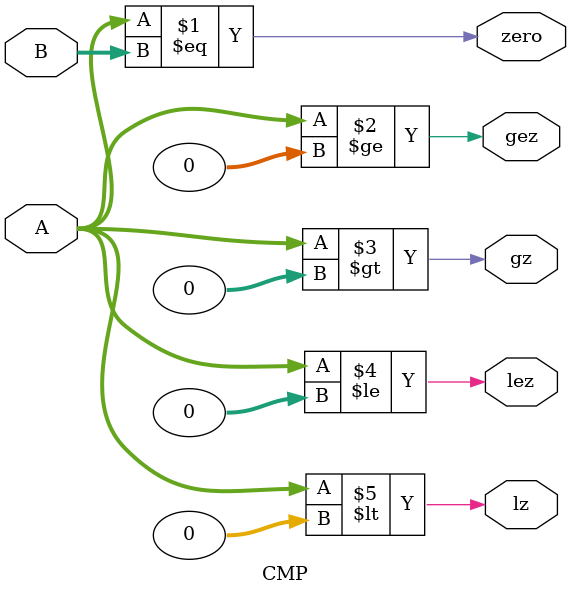
<source format=v>
`timescale 1ns / 1ps
module CMP(
	input [31:0] A,B,
	output zero,gez,gz,lez,lz
    );

	assign zero = A == B;
	assign gez = ($signed(A) >= $signed(0));
	assign gz = ($signed(A) > $signed(0));
	assign lez = ($signed(A) <= $signed(0));
	assign lz = ($signed(A) < $signed(0));

endmodule

</source>
